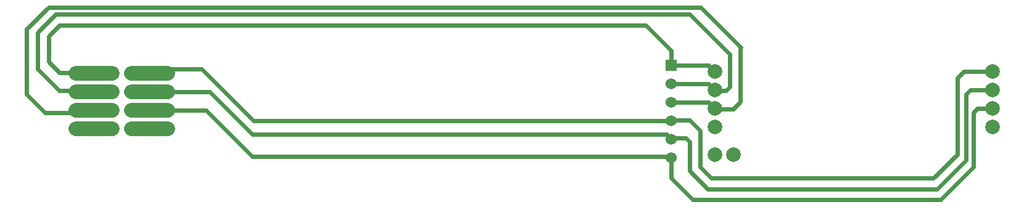
<source format=gbr>
G04 start of page 2 for group 0 idx 0 *
G04 Title: (unknown), top *
G04 Creator: pcb 20110918 *
G04 CreationDate: Mo 16 Sep 2013 13:53:05 GMT UTC *
G04 For: kevredon *
G04 Format: Gerber/RS-274X *
G04 PCB-Dimensions: 600000 500000 *
G04 PCB-Coordinate-Origin: lower left *
%MOIN*%
%FSLAX25Y25*%
%LNTOP*%
%ADD19C,0.0866*%
%ADD18C,0.1260*%
%ADD17C,0.0394*%
%ADD16C,0.0380*%
%ADD15C,0.0787*%
%ADD14C,0.0787*%
%ADD13C,0.0600*%
%ADD12C,0.0001*%
%ADD11C,0.0236*%
G54D11*X435039Y399606D02*X413386Y421260D01*
X434928Y399495D02*X435039Y399606D01*
X421232Y366256D02*X431072D01*
X413280Y334688D02*Y354368D01*
X407376Y332720D02*Y348464D01*
X431072Y366256D02*X434928Y370112D01*
X397638Y348425D02*Y349764D01*
X395039Y352362D01*
X397638Y339764D02*X396850Y340551D01*
X397536Y339865D02*X397173Y340229D01*
X409344Y316976D02*X397536Y328784D01*
Y339865D01*
X397638Y397638D02*Y389764D01*
Y389690D02*X417798D01*
X397638Y379764D02*X417724D01*
X397638Y369764D02*X417724D01*
X417798Y389690D02*X421152Y386336D01*
X429024Y395779D02*Y377984D01*
X434928Y370112D02*Y399495D01*
X417724Y379764D02*X421152Y376336D01*
X417724Y369764D02*X421152Y366336D01*
X429024Y377984D02*X427056Y376016D01*
X421472D01*
X421312Y376176D01*
X552024Y341576D02*Y382904D01*
X555456Y386336D01*
X556944Y374048D02*Y338624D01*
X560880Y364208D02*Y334688D01*
X543168Y316976D01*
X539232Y328784D02*X552024Y341576D01*
X556944Y338624D02*X541200Y322880D01*
X571152Y386336D02*X555456D01*
X571152Y376336D02*X559232D01*
X556944Y374048D01*
X571152Y366336D02*X563008D01*
X560880Y364208D01*
X539232Y328784D02*X419184D01*
X413280Y334688D01*
X541200Y322880D02*X417216D01*
X407376Y332720D01*
X543168Y316976D02*X409344D01*
X85630Y385512D02*X85315Y385827D01*
X66929D01*
X61024Y391732D01*
Y405512D01*
X66929Y411417D01*
X55118Y407480D02*X64961Y417323D01*
X85630Y375512D02*X85157Y375984D01*
X85630Y365512D02*X84291Y364173D01*
X171260Y352362D02*X148110Y375512D01*
X115630D01*
X146299Y365512D02*X115630D01*
X85157Y375984D02*X66929D01*
X84291Y364173D02*X59055D01*
X49213Y374016D01*
X66929Y375984D02*X55118Y387795D01*
X115630Y385512D02*X117913Y387795D01*
X143701D01*
X171732Y359764D01*
X55118Y387795D02*Y407480D01*
X49213Y409449D02*Y374016D01*
X66929Y411417D02*X383858D01*
X397638Y397638D01*
X64961Y417323D02*X407480D01*
X429134Y395669D01*
X413386Y421260D02*X61024D01*
X49213Y409449D01*
X171732Y359764D02*X397165D01*
X395039Y352362D02*X171260D01*
X396850Y340551D02*X171260D01*
X146299Y365512D01*
X413280Y354368D02*X407376Y360272D01*
Y348464D02*X405408Y350432D01*
X397740D01*
X397638Y350330D01*
X407376Y360272D02*X398146D01*
X397638Y359764D01*
G54D12*G36*
X394638Y392764D02*Y386764D01*
X400638D01*
Y392764D01*
X394638D01*
G37*
G54D13*X397638Y379764D03*
G54D14*X421152Y386336D03*
Y376336D03*
Y366336D03*
Y356336D03*
G54D13*X397638Y369764D03*
Y359764D03*
Y349764D03*
Y339764D03*
G54D14*X421152Y341336D03*
X431152D03*
X571152Y386336D03*
Y376336D03*
Y366336D03*
Y356336D03*
G54D15*X75788Y355512D02*X95473D01*
X105788Y385512D02*X125473D01*
X105788Y375512D02*X125473D01*
X105788Y365512D02*X125473D01*
X105788Y355512D02*X125473D01*
X75788Y385512D02*X95473D01*
X75788Y375512D02*X95473D01*
X75788Y365512D02*X95473D01*
G54D16*G54D17*G54D16*G54D18*G54D17*G54D18*G54D19*G54D18*G54D19*G54D17*M02*

</source>
